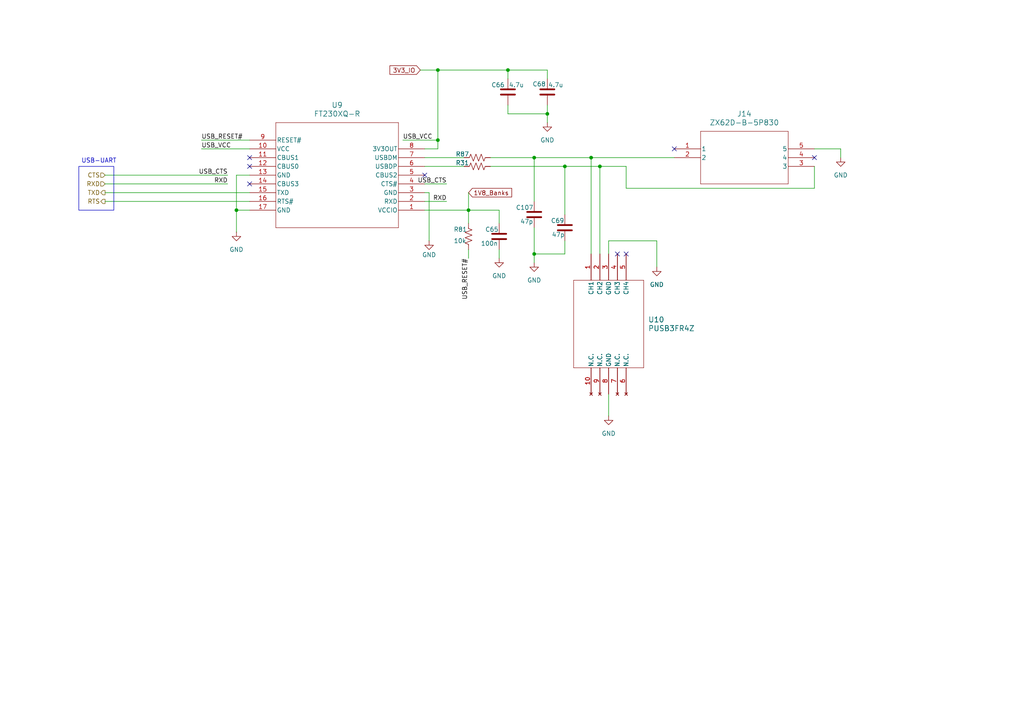
<source format=kicad_sch>
(kicad_sch (version 20250114) (generator "eeschema") (generator_version "9.0")
  (paper "A4")
  (lib_symbols
    (symbol "Device:C" (pin_numbers (hide yes)) (pin_names (offset 0.254))
      (property "Reference" "C" (at 0.635 2.54 0))
      (property "Value" "C" (at 0.635 -2.54 0))
      (symbol "C_0_1"
        (polyline (pts (xy -2.032 0.762) (xy 2.032 0.762)) (stroke (width 0.508)))
        (polyline (pts (xy -2.032 -0.762) (xy 2.032 -0.762)) (stroke (width 0.508)))
      )
      (symbol "C_1_1"
        (pin passive line (at 0 3.81 270) (length 2.794) (name "~") (number "1"))
        (pin passive line (at 0 -3.81 90) (length 2.794) (name "~") (number "2"))
      )
    )
    (symbol "Device:R_US" (pin_numbers (hide yes)) (pin_names (offset 0))
      (property "Reference" "R" (at 2.54 0 90))
      (property "Value" "R_US" (at -2.54 0 90))
      (symbol "R_US_0_1"
        (polyline (pts (xy 0 2.286) (xy 0 2.54)))
        (polyline (pts (xy 0 2.286) (xy 1.016 1.905) (xy 0 1.524) (xy -1.016 1.143) (xy 0 0.762)))
        (polyline (pts (xy 0 0.762) (xy 1.016 0.381) (xy 0 0) (xy -1.016 -0.381) (xy 0 -0.762)))
        (polyline (pts (xy 0 -0.762) (xy 1.016 -1.143) (xy 0 -1.524) (xy -1.016 -1.905) (xy 0 -2.286)))
        (polyline (pts (xy 0 -2.286) (xy 0 -2.54)))
      )
      (symbol "R_US_1_1"
        (pin passive line (at 0 3.81 270) (length 1.27) (name "~") (number "1"))
        (pin passive line (at 0 -3.81 90) (length 1.27) (name "~") (number "2"))
      )
    )
    (symbol "PSEC5_ctrlbd:FT230XQ-R" (pin_names (offset 0.254))
      (property "Reference" "U" (at 25.4 10.16 0))
      (property "Value" "FT230XQ-R" (at 25.4 7.62 0))
      (symbol "FT230XQ-R_0_1"
        (polyline (pts (xy 7.62 5.08) (xy 7.62 -25.4)) (stroke (width 0.127)))
        (polyline (pts (xy 7.62 -25.4) (xy 43.18 -25.4)) (stroke (width 0.127)))
        (polyline (pts (xy 43.18 5.08) (xy 7.62 5.08)) (stroke (width 0.127)))
        (polyline (pts (xy 43.18 -25.4) (xy 43.18 5.08)) (stroke (width 0.127)))
        (pin input line (at 0 -2.54 0) (length 7.62) (name "RXD") (number "2"))
        (pin input line (at 0 -7.62 0) (length 7.62) (name "CTS#") (number "4"))
        (pin bidirectional line (at 0 -10.16 0) (length 7.62) (name "CBUS2") (number "5"))
        (pin input line (at 0 -12.7 0) (length 7.62) (name "USBDP") (number "6"))
        (pin input line (at 0 -15.24 0) (length 7.62) (name "USBDM") (number "7"))
        (pin output line (at 50.8 -2.54 180) (length 7.62) (name "RTS#") (number "16"))
        (pin output line (at 50.8 -5.08 180) (length 7.62) (name "TXD") (number "15"))
        (pin bidirectional line (at 50.8 -7.62 180) (length 7.62) (name "CBUS3") (number "14"))
        (pin bidirectional line (at 50.8 -12.7 180) (length 7.62) (name "CBUS0") (number "12"))
        (pin bidirectional line (at 50.8 -15.24 180) (length 7.62) (name "CBUS1") (number "11"))
        (pin power_in line (at 50.8 -17.78 180) (length 7.62) (name "VCC") (number "10"))
        (pin input line (at 50.8 -20.32 180) (length 7.62) (name "RESET#") (number "9"))
      )
      (symbol "FT230XQ-R_1_1"
        (pin power_in line (at 0 0 0) (length 7.62) (name "VCCIO") (number "1"))
        (pin power_in line (at 0 -5.08 0) (length 7.62) (name "GND") (number "3"))
        (pin input line (at 0 -17.78 0) (length 7.62) (name "3V3OUT") (number "8"))
        (pin power_in line (at 50.8 0 180) (length 7.62) (name "GND") (number "17"))
        (pin power_in line (at 50.8 -10.16 180) (length 7.62) (name "GND") (number "13"))
      )
    )
    (symbol "PSEC5_ctrlbd:ZX62D-B-5P830" (pin_names (offset 0.254))
      (property "Reference" "J" (at 20.32 10.16 0))
      (property "Value" "ZX62D-B-5P830" (at 20.32 7.62 0))
      (symbol "ZX62D-B-5P830_1_1"
        (polyline (pts (xy 7.62 5.08) (xy 7.62 -10.16)) (stroke (width 0.127)))
        (polyline (pts (xy 7.62 -10.16) (xy 33.02 -10.16)) (stroke (width 0.127)))
        (polyline (pts (xy 33.02 5.08) (xy 7.62 5.08)) (stroke (width 0.127)))
        (polyline (pts (xy 33.02 -10.16) (xy 33.02 5.08)) (stroke (width 0.127)))
        (pin unspecified line (at 0 0 0) (length 7.62) (name "1") (number "1"))
        (pin unspecified line (at 0 -2.54 0) (length 7.62) (name "2") (number "2"))
        (pin unspecified line (at 40.64 0 180) (length 7.62) (name "5") (number "5"))
        (pin unspecified line (at 40.64 -2.54 180) (length 7.62) (name "4") (number "4"))
        (pin unspecified line (at 40.64 -5.08 180) (length 7.62) (name "3") (number "3"))
      )
    )
    (symbol "PUSB3FR4Z_1" (pin_names (offset 0.254))
      (property "Reference" "U" (at 20.32 10.16 0))
      (property "Value" "PUSB3FR4Z" (at 20.32 7.62 0))
      (symbol "PUSB3FR4Z_1_1_1"
        (polyline (pts (xy 7.62 5.08) (xy 7.62 -15.24)) (stroke (width 0.127)))
        (polyline (pts (xy 7.62 -15.24) (xy 33.02 -15.24)) (stroke (width 0.127)))
        (polyline (pts (xy 33.02 5.08) (xy 7.62 5.08)) (stroke (width 0.127)))
        (polyline (pts (xy 33.02 -15.24) (xy 33.02 5.08)) (stroke (width 0.127)))
        (pin bidirectional line (at 0 0 0) (length 7.62) (name "CH1") (number "1"))
        (pin bidirectional line (at 0 -2.54 0) (length 7.62) (name "CH2") (number "2"))
        (pin power_in line (at 0 -5.08 0) (length 7.62) (name "GND") (number "3"))
        (pin bidirectional line (at 0 -7.62 0) (length 7.62) (name "CH3") (number "4"))
        (pin bidirectional line (at 0 -10.16 0) (length 7.62) (name "CH4") (number "5"))
        (pin no_connect line (at 40.64 0 180) (length 7.62) (name "N.C.") (number "10"))
        (pin no_connect line (at 40.64 -2.54 180) (length 7.62) (name "N.C.") (number "9"))
        (pin power_in line (at 40.64 -5.08 180) (length 7.62) (name "GND") (number "8"))
        (pin no_connect line (at 40.64 -7.62 180) (length 7.62) (name "N.C.") (number "7"))
        (pin no_connect line (at 40.64 -10.16 180) (length 7.62) (name "N.C.") (number "6"))
      )
    )
    (symbol "power:GND" (power) (pin_numbers (hide yes)) (pin_names (offset 0) (hide yes))
      (property "Value" "GND" (at 0 -3.81 0))
      (symbol "GND_0_1"
        (polyline (pts (xy 0 0) (xy 0 -1.27) (xy 1.27 -1.27) (xy 0 -2.54) (xy -1.27 -1.27) (xy 0 -1.27)))
      )
      (symbol "GND_1_1"
        (pin power_in line (at 0 0 270) (length 0) (name "~") (number "1"))
      )
    )
  )
  (rectangle (start 22.86 48.26) (end 33.02 60.96))
  (text "USB-UART" (at 28.702 46.736 0) (effects (font (size 1.27 1.27))))
  (junction (at 68.58 60.96))
  (junction (at 158.75 33.02))
  (junction (at 147.32 20.32))
  (junction (at 154.94 73.66))
  (junction (at 135.89 60.96))
  (junction (at 154.94 45.72))
  (junction (at 127 40.64))
  (junction (at 173.99 48.26))
  (junction (at 163.83 48.26))
  (junction (at 127 20.32))
  (junction (at 171.45 45.72))
  (no_connect (at 72.39 45.72))
  (no_connect (at 195.58 43.18))
  (no_connect (at 179.07 73.66))
  (no_connect (at 236.22 45.72))
  (no_connect (at 123.19 50.8))
  (no_connect (at 72.39 53.34))
  (no_connect (at 72.39 48.26))
  (no_connect (at 181.61 73.66))
  (wire (pts (xy 123.19 55.88) (xy 124.46 55.88)))
  (wire (pts (xy 190.5 69.85) (xy 190.5 77.47)))
  (wire (pts (xy 147.32 20.32) (xy 147.32 22.86)))
  (wire (pts (xy 127 40.64) (xy 127 43.18)))
  (wire (pts (xy 123.19 58.42) (xy 129.54 58.42)))
  (wire (pts (xy 163.83 48.26) (xy 173.99 48.26)))
  (wire (pts (xy 127 20.32) (xy 147.32 20.32)))
  (wire (pts (xy 154.94 66.04) (xy 154.94 73.66)))
  (wire (pts (xy 30.48 50.8) (xy 66.04 50.8)))
  (wire (pts (xy 116.84 40.64) (xy 127 40.64)))
  (wire (pts (xy 147.32 33.02) (xy 158.75 33.02)))
  (wire (pts (xy 236.22 54.61) (xy 181.61 54.61)))
  (wire (pts (xy 68.58 50.8) (xy 68.58 60.96)))
  (wire (pts (xy 30.48 53.34) (xy 66.04 53.34)))
  (wire (pts (xy 144.78 72.39) (xy 144.78 74.93)))
  (wire (pts (xy 30.48 55.88) (xy 72.39 55.88)))
  (wire (pts (xy 158.75 33.02) (xy 158.75 30.48)))
  (wire (pts (xy 171.45 45.72) (xy 195.58 45.72)))
  (wire (pts (xy 163.83 48.26) (xy 163.83 62.23)))
  (wire (pts (xy 171.45 45.72) (xy 171.45 73.66)))
  (wire (pts (xy 236.22 54.61) (xy 236.22 48.26)))
  (wire (pts (xy 163.83 73.66) (xy 154.94 73.66)))
  (wire (pts (xy 181.61 48.26) (xy 173.99 48.26)))
  (wire (pts (xy 173.99 48.26) (xy 173.99 73.66)))
  (wire (pts (xy 181.61 54.61) (xy 181.61 48.26)))
  (wire (pts (xy 154.94 45.72) (xy 154.94 58.42)))
  (wire (pts (xy 123.19 48.26) (xy 134.62 48.26)))
  (wire (pts (xy 163.83 69.85) (xy 163.83 73.66)))
  (wire (pts (xy 127 20.32) (xy 127 40.64)))
  (wire (pts (xy 68.58 60.96) (xy 72.39 60.96)))
  (wire (pts (xy 142.24 48.26) (xy 163.83 48.26)))
  (wire (pts (xy 236.22 43.18) (xy 243.84 43.18)))
  (wire (pts (xy 68.58 50.8) (xy 72.39 50.8)))
  (wire (pts (xy 147.32 30.48) (xy 147.32 33.02)))
  (wire (pts (xy 135.89 60.96) (xy 144.78 60.96)))
  (wire (pts (xy 147.32 20.32) (xy 158.75 20.32)))
  (wire (pts (xy 142.24 45.72) (xy 154.94 45.72)))
  (wire (pts (xy 123.19 53.34) (xy 129.54 53.34)))
  (wire (pts (xy 135.89 60.96) (xy 135.89 64.77)))
  (wire (pts (xy 121.92 20.32) (xy 127 20.32)))
  (wire (pts (xy 58.42 40.64) (xy 72.39 40.64)))
  (wire (pts (xy 144.78 60.96) (xy 144.78 64.77)))
  (wire (pts (xy 135.89 55.88) (xy 135.89 60.96)))
  (wire (pts (xy 158.75 20.32) (xy 158.75 22.86)))
  (wire (pts (xy 135.89 72.39) (xy 135.89 74.93)))
  (wire (pts (xy 176.53 69.85) (xy 190.5 69.85)))
  (wire (pts (xy 123.19 45.72) (xy 134.62 45.72)))
  (wire (pts (xy 176.53 73.66) (xy 176.53 69.85)))
  (wire (pts (xy 123.19 60.96) (xy 135.89 60.96)))
  (wire (pts (xy 58.42 43.18) (xy 72.39 43.18)))
  (wire (pts (xy 124.46 55.88) (xy 124.46 69.85)))
  (wire (pts (xy 30.48 58.42) (xy 72.39 58.42)))
  (wire (pts (xy 176.53 114.3) (xy 176.53 120.65)))
  (wire (pts (xy 154.94 45.72) (xy 171.45 45.72)))
  (wire (pts (xy 123.19 43.18) (xy 127 43.18)))
  (wire (pts (xy 158.75 33.02) (xy 158.75 35.56)))
  (wire (pts (xy 68.58 60.96) (xy 68.58 67.31)))
  (wire (pts (xy 154.94 73.66) (xy 154.94 76.2)))
  (wire (pts (xy 243.84 43.18) (xy 243.84 45.72)))
  (label "USB_RESET#" (at 58.42 40.64 0))
  (label "USB_VCC" (at 116.84 40.64 0))
  (label "USB_CTS" (at 129.54 53.34 180))
  (label "USB_VCC" (at 58.42 43.18 0))
  (label "USB_CTS" (at 66.04 50.8 180))
  (label "RXD" (at 66.04 53.34 180))
  (label "RXD" (at 129.54 58.42 180))
  (label "USB_RESET#" (at 135.89 74.93 270))
  (global_label "1V8_Banks" (shape input) (at 135.89 55.88 0) (property "Intersheetrefs" "${INTERSHEET_REFS}" (effects (hide yes))))
  (global_label "3V3_IO" (shape input) (at 121.92 20.32 180) (property "Intersheetrefs" "${INTERSHEET_REFS}" (effects (hide yes))))
  (hierarchical_label "RTS" (shape output) (at 30.48 58.42 180))
  (hierarchical_label "RXD" (shape input) (at 30.48 53.34 180))
  (hierarchical_label "CTS" (shape input) (at 30.48 50.8 180))
  (hierarchical_label "TXD" (shape output) (at 30.48 55.88 180))
  (symbol (lib_id "Device:R_US") (at 138.43 45.72 90) (unit 1)
    (property "Reference" "R87" (at 134.112 44.704 90))
    (property "Value" "R_US" (effects (hide yes)))
    (property "Footprint" "Resistor_SMD:R_0603_1608Metric" (effects (hide yes)))
    (property "Description" "Resistor, US symbol" (effects (hide yes)))
  )
  (symbol (lib_name "PUSB3FR4Z_1") (lib_id "PSEC5_ctrlbd:PUSB3FR4Z") (at 171.45 73.66 90) (mirror x) (unit 1)
    (property "Reference" "U10" (at 187.96 92.7099 90) (effects (font (size 1.524 1.524)) (justify right)))
    (property "Value" "PUSB3FR4Z" (at 187.96 95.2499 90) (effects (font (size 1.524 1.524)) (justify right)))
    (property "Footprint" "PUSB3FR4Z:U_PUSB3FR4Z_NEX" (effects (hide yes)))
    (property "Datasheet" "PUSB3FR4Z" (effects (hide yes)))
  )
  (symbol (lib_id "PSEC5_ctrlbd:FT230XQ-R") (at 123.19 60.96 180) (unit 1)
    (property "Reference" "U9" (at 97.79 30.48 0) (effects (font (size 1.524 1.524))))
    (property "Value" "FT230XQ-R" (at 97.79 33.02 0) (effects (font (size 1.524 1.524))))
    (property "Footprint" "FT230XQ_R:QFN-16_FTD" (effects (hide yes)))
    (property "Datasheet" "FT230XQ-R" (effects (hide yes)))
  )
  (symbol (lib_id "Device:R_US") (at 138.43 48.26 90) (unit 1)
    (property "Reference" "R31" (at 134.112 47.244 90))
    (property "Value" "R_US" (effects (hide yes)))
    (property "Footprint" "Resistor_SMD:R_0603_1608Metric" (effects (hide yes)))
    (property "Description" "Resistor, US symbol" (effects (hide yes)))
  )
  (symbol (lib_id "power:GND") (at 154.94 76.2 0) (unit 1)
    (property "Reference" "#PWR0100" (effects (hide yes)))
    (property "Value" "GND" (at 154.94 81.28 0))
    (property "Description" "Power symbol creates a global label with name \"GND\" , ground" (effects (hide yes)))
  )
  (symbol (lib_id "Device:C") (at 144.78 68.58 0) (unit 1)
    (property "Reference" "C65" (at 140.716 66.548 0) (effects (justify left)))
    (property "Value" "100n" (at 139.446 70.612 0) (effects (justify left)))
    (property "Footprint" "Capacitor_SMD:C_0603_1608Metric" (effects (hide yes)))
    (property "Description" "Unpolarized capacitor" (effects (hide yes)))
  )
  (symbol (lib_id "power:GND") (at 190.5 77.47 0) (unit 1)
    (property "Reference" "#PWR0103" (effects (hide yes)))
    (property "Value" "GND" (at 190.5 82.55 0))
    (property "Description" "Power symbol creates a global label with name \"GND\" , ground" (effects (hide yes)))
  )
  (symbol (lib_id "power:GND") (at 158.75 35.56 0) (unit 1)
    (property "Reference" "#PWR0101" (effects (hide yes)))
    (property "Value" "GND" (at 158.75 40.64 0))
    (property "Description" "Power symbol creates a global label with name \"GND\" , ground" (effects (hide yes)))
  )
  (symbol (lib_id "power:GND") (at 176.53 120.65 0) (unit 1)
    (property "Reference" "#PWR0102" (effects (hide yes)))
    (property "Value" "GND" (at 176.53 125.73 0))
    (property "Description" "Power symbol creates a global label with name \"GND\" , ground" (effects (hide yes)))
  )
  (symbol (lib_id "power:GND") (at 243.84 45.72 0) (unit 1)
    (property "Reference" "#PWR0105" (effects (hide yes)))
    (property "Value" "GND" (at 243.84 50.8 0))
    (property "Description" "Power symbol creates a global label with name \"GND\" , ground" (effects (hide yes)))
  )
  (symbol (lib_id "Device:C") (at 154.94 62.23 0) (unit 1)
    (property "Reference" "C107" (at 149.606 60.198 0) (effects (justify left)))
    (property "Value" "47p" (at 150.876 64.262 0) (effects (justify left)))
    (property "Footprint" "Capacitor_SMD:C_0603_1608Metric" (effects (hide yes)))
    (property "Description" "Unpolarized capacitor" (effects (hide yes)))
  )
  (symbol (lib_id "power:GND") (at 144.78 74.93 0) (unit 1)
    (property "Reference" "#PWR099" (effects (hide yes)))
    (property "Value" "GND" (at 144.78 80.01 0))
    (property "Description" "Power symbol creates a global label with name \"GND\" , ground" (effects (hide yes)))
  )
  (symbol (lib_id "Device:C") (at 163.83 66.04 0) (unit 1)
    (property "Reference" "C69" (at 159.766 64.008 0) (effects (justify left)))
    (property "Value" "47p" (at 160.02 68.072 0) (effects (justify left)))
    (property "Footprint" "Capacitor_SMD:C_0603_1608Metric" (effects (hide yes)))
    (property "Description" "Unpolarized capacitor" (effects (hide yes)))
  )
  (symbol (lib_id "power:GND") (at 124.46 69.85 0) (unit 1)
    (property "Reference" "#PWR046" (effects (hide yes)))
    (property "Value" "GND" (at 124.46 73.914 0))
    (property "Description" "Power symbol creates a global label with name \"GND\" , ground" (effects (hide yes)))
  )
  (symbol (lib_id "Device:C") (at 147.32 26.67 0) (unit 1)
    (property "Reference" "C66" (at 142.494 24.638 0) (effects (justify left)))
    (property "Value" "4.7u" (at 147.574 24.638 0) (effects (justify left)))
    (property "Footprint" "Capacitor_SMD:C_0603_1608Metric" (effects (hide yes)))
    (property "Description" "Unpolarized capacitor" (effects (hide yes)))
  )
  (symbol (lib_id "Device:C") (at 158.75 26.67 0) (unit 1)
    (property "Reference" "C68" (at 154.432 24.384 0) (effects (justify left)))
    (property "Value" "4.7u" (at 159.004 24.638 0) (effects (justify left)))
    (property "Footprint" "Capacitor_SMD:C_0603_1608Metric" (effects (hide yes)))
    (property "Description" "Unpolarized capacitor" (effects (hide yes)))
  )
  (symbol (lib_id "power:GND") (at 68.58 67.31 0) (unit 1)
    (property "Reference" "#PWR096" (effects (hide yes)))
    (property "Value" "GND" (at 68.58 72.39 0))
    (property "Description" "Power symbol creates a global label with name \"GND\" , ground" (effects (hide yes)))
  )
  (symbol (lib_id "Device:R_US") (at 135.89 68.58 180) (unit 1)
    (property "Reference" "R81" (at 131.572 66.548 0) (effects (justify right)))
    (property "Value" "10k" (at 131.572 69.85 0) (effects (justify right)))
    (property "Footprint" "Resistor_SMD:R_0603_1608Metric" (effects (hide yes)))
    (property "Description" "Resistor, US symbol" (effects (hide yes)))
  )
  (symbol (lib_id "PSEC5_ctrlbd:ZX62D-B-5P830") (at 195.58 43.18 0) (unit 1)
    (property "Reference" "J14" (at 215.9 33.02 0) (effects (font (size 1.524 1.524))))
    (property "Value" "ZX62D-B-5P830" (at 215.9 35.56 0) (effects (font (size 1.524 1.524))))
    (property "Footprint" "ZX62D_B_5P8_30_:ZX62D-B-5P830_HIR" (effects (hide yes)))
    (property "Datasheet" "ZX62D-B-5P830" (effects (hide yes)))
  )
)
</source>
